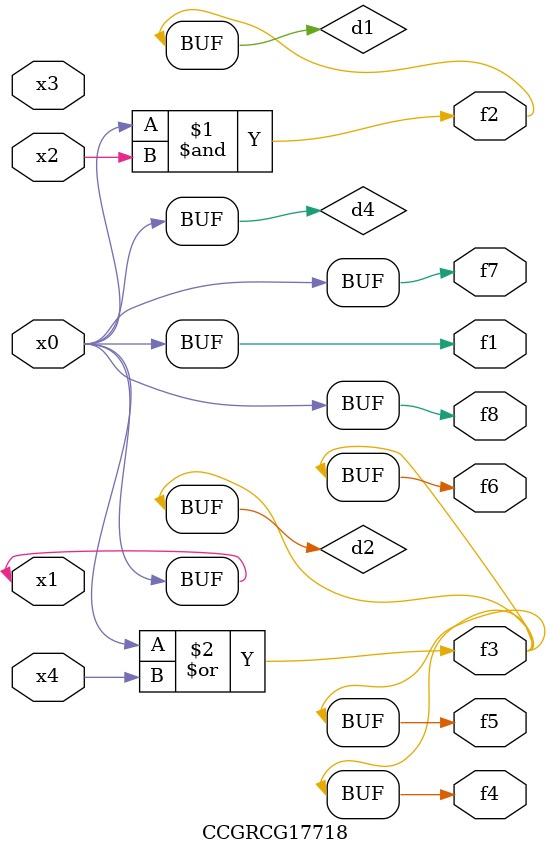
<source format=v>
module CCGRCG17718(
	input x0, x1, x2, x3, x4,
	output f1, f2, f3, f4, f5, f6, f7, f8
);

	wire d1, d2, d3, d4;

	and (d1, x0, x2);
	or (d2, x0, x4);
	nand (d3, x0, x2);
	buf (d4, x0, x1);
	assign f1 = d4;
	assign f2 = d1;
	assign f3 = d2;
	assign f4 = d2;
	assign f5 = d2;
	assign f6 = d2;
	assign f7 = d4;
	assign f8 = d4;
endmodule

</source>
